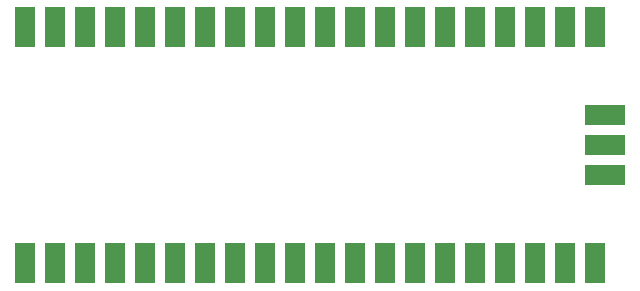
<source format=gbr>
G04 EAGLE Gerber RS-274X export*
G75*
%MOMM*%
%FSLAX34Y34*%
%LPD*%
%INSolderpaste Top*%
%IPPOS*%
%AMOC8*
5,1,8,0,0,1.08239X$1,22.5*%
G01*
%ADD10R,1.700000X3.500000*%
%ADD11R,3.500000X1.700000*%


D10*
X38100Y230200D03*
X63500Y230200D03*
X88900Y230200D03*
X114300Y230200D03*
X139700Y230200D03*
X165100Y230200D03*
X190500Y230200D03*
X215900Y230200D03*
X241300Y230200D03*
X266700Y230200D03*
X292100Y230200D03*
X317500Y230200D03*
X342900Y230200D03*
X368300Y230200D03*
X393700Y230200D03*
X419100Y230200D03*
X444500Y230200D03*
X469900Y230200D03*
X495300Y230200D03*
X520700Y230200D03*
X520700Y430200D03*
X495300Y430200D03*
X469900Y430200D03*
X444500Y430200D03*
X419100Y430200D03*
X393700Y430200D03*
X368300Y430200D03*
X342900Y430200D03*
X317500Y430200D03*
X292100Y430200D03*
X266700Y430200D03*
X241300Y430200D03*
X215900Y430200D03*
X190500Y430200D03*
X165100Y430200D03*
X139700Y430200D03*
X114300Y430200D03*
X88900Y430200D03*
X63500Y430200D03*
X38100Y430200D03*
D11*
X528650Y304800D03*
X528650Y330200D03*
X528650Y355600D03*
M02*

</source>
